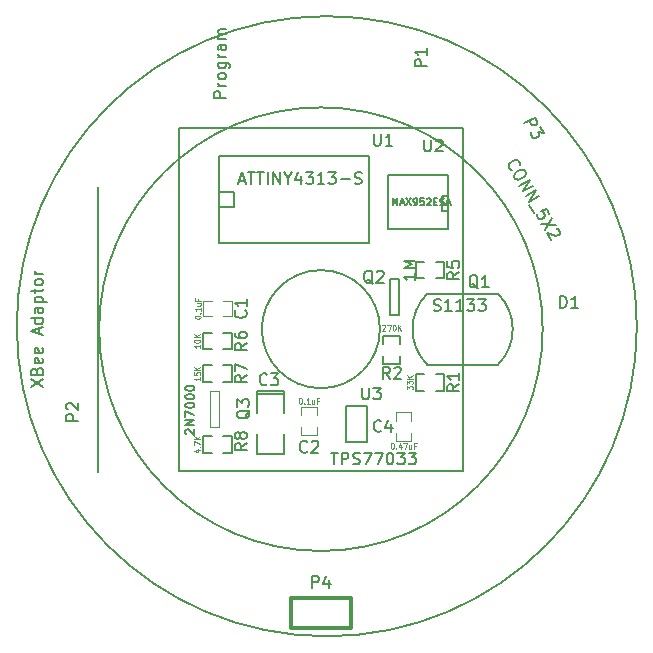
<source format=gbr>
%FSLAX46Y46*%
G04 Gerber Fmt 4.6, Leading zero omitted, Abs format (unit mm)*
G04 Created by KiCad (PCBNEW (2014-jul-16 BZR unknown)-product) date Wed 06 Aug 2014 09:42:30 CST*
%MOMM*%
G01*
G04 APERTURE LIST*
%ADD10C,0.150000*%
%ADD11C,0.200000*%
%ADD12C,0.127000*%
%ADD13C,0.304800*%
%ADD14C,0.119380*%
%ADD15C,0.114300*%
%ADD16C,0.129540*%
G04 APERTURE END LIST*
D10*
D11*
X205000000Y-100000000D02*
G75*
G03X205000000Y-100000000I-5000000J0D01*
G74*
G01*
X218776648Y-100000000D02*
G75*
G03X218776648Y-100000000I-18776648J0D01*
G74*
G01*
X181100000Y-112100000D02*
X181100000Y-88000000D01*
X188000000Y-83000000D02*
X188000000Y-112000000D01*
X212000000Y-83000000D02*
X188000000Y-83000000D01*
X212000000Y-112000000D02*
X212000000Y-83000000D01*
X188000000Y-112000000D02*
X212000000Y-112000000D01*
X226750000Y-99750000D02*
G75*
G03X226750000Y-99750000I-26250000J0D01*
G74*
G01*
D12*
X196893000Y-105460000D02*
X196893000Y-105206000D01*
X196893000Y-105206000D02*
X194607000Y-105206000D01*
X194607000Y-105206000D02*
X194607000Y-105460000D01*
X196893000Y-105460000D02*
X194607000Y-105460000D01*
X194607000Y-105460000D02*
X194607000Y-107111000D01*
X196893000Y-108889000D02*
X196893000Y-110540000D01*
X196893000Y-110540000D02*
X194607000Y-110540000D01*
X194607000Y-110540000D02*
X194607000Y-108889000D01*
X196893000Y-107111000D02*
X196893000Y-105460000D01*
X204100000Y-92683000D02*
X204100000Y-85317000D01*
X191400000Y-85317000D02*
X191400000Y-92683000D01*
X204100000Y-92683000D02*
X191400000Y-92683000D01*
X191400000Y-85317000D02*
X204100000Y-85317000D01*
X191400000Y-88365000D02*
X192670000Y-88365000D01*
X192670000Y-88365000D02*
X192670000Y-89635000D01*
X192670000Y-89635000D02*
X191400000Y-89635000D01*
X210790000Y-91536000D02*
X205710000Y-91536000D01*
X205710000Y-91536000D02*
X205710000Y-86964000D01*
X205710000Y-86964000D02*
X210790000Y-86964000D01*
X210790000Y-86964000D02*
X210790000Y-91536000D01*
X210790000Y-90012000D02*
X210282000Y-90012000D01*
X210282000Y-90012000D02*
X210282000Y-88742000D01*
X210282000Y-88742000D02*
X210790000Y-88742000D01*
X202111000Y-106476000D02*
X203889000Y-106476000D01*
X203889000Y-106476000D02*
X203889000Y-109524000D01*
X203889000Y-109524000D02*
X202111000Y-109524000D01*
X202111000Y-109524000D02*
X202111000Y-106476000D01*
D13*
X197460000Y-125270000D02*
X197460000Y-122730000D01*
X197460000Y-122730000D02*
X202540000Y-122730000D01*
X202540000Y-122730000D02*
X202540000Y-125270000D01*
X202540000Y-125270000D02*
X197460000Y-125270000D01*
D14*
X191750380Y-98900240D02*
X192448880Y-98900240D01*
X190749620Y-98900240D02*
X190051120Y-98900240D01*
X191750380Y-97599760D02*
X192448880Y-97599760D01*
X190051120Y-97599760D02*
X190749620Y-97599760D01*
X192448880Y-97615000D02*
X192448880Y-98885000D01*
X190051120Y-98885000D02*
X190051120Y-97615000D01*
X198349760Y-108250380D02*
X198349760Y-108948880D01*
X198349760Y-107249620D02*
X198349760Y-106551120D01*
X199650240Y-108250380D02*
X199650240Y-108948880D01*
X199650240Y-106551120D02*
X199650240Y-107249620D01*
X199635000Y-108948880D02*
X198365000Y-108948880D01*
X198365000Y-106551120D02*
X199635000Y-106551120D01*
X207650240Y-107749620D02*
X207650240Y-107051120D01*
X207650240Y-108750380D02*
X207650240Y-109448880D01*
X206349760Y-107749620D02*
X206349760Y-107051120D01*
X206349760Y-109448880D02*
X206349760Y-108750380D01*
X206365000Y-107051120D02*
X207635000Y-107051120D01*
X207635000Y-109448880D02*
X206365000Y-109448880D01*
D12*
X208749620Y-103801500D02*
X208043500Y-103801500D01*
X208043500Y-103801500D02*
X208043500Y-105198500D01*
X208043500Y-105198500D02*
X208749620Y-105198500D01*
X210456500Y-103801500D02*
X209750380Y-103801500D01*
X210456500Y-103801500D02*
X210456500Y-105198500D01*
X210456500Y-105198500D02*
X209750380Y-105198500D01*
X205301500Y-102250380D02*
X205301500Y-102956500D01*
X205301500Y-102956500D02*
X206698500Y-102956500D01*
X206698500Y-102956500D02*
X206698500Y-102250380D01*
X205301500Y-100543500D02*
X205301500Y-101249620D01*
X205301500Y-100543500D02*
X206698500Y-100543500D01*
X206698500Y-100543500D02*
X206698500Y-101249620D01*
X208749620Y-94301500D02*
X208043500Y-94301500D01*
X208043500Y-94301500D02*
X208043500Y-95698500D01*
X208043500Y-95698500D02*
X208749620Y-95698500D01*
X210456500Y-94301500D02*
X209750380Y-94301500D01*
X210456500Y-94301500D02*
X210456500Y-95698500D01*
X210456500Y-95698500D02*
X209750380Y-95698500D01*
X190749620Y-103051500D02*
X190043500Y-103051500D01*
X190043500Y-103051500D02*
X190043500Y-104448500D01*
X190043500Y-104448500D02*
X190749620Y-104448500D01*
X192456500Y-103051500D02*
X191750380Y-103051500D01*
X192456500Y-103051500D02*
X192456500Y-104448500D01*
X192456500Y-104448500D02*
X191750380Y-104448500D01*
X190749620Y-109051500D02*
X190043500Y-109051500D01*
X190043500Y-109051500D02*
X190043500Y-110448500D01*
X190043500Y-110448500D02*
X190749620Y-110448500D01*
X192456500Y-109051500D02*
X191750380Y-109051500D01*
X192456500Y-109051500D02*
X192456500Y-110448500D01*
X192456500Y-110448500D02*
X191750380Y-110448500D01*
X190749620Y-100301500D02*
X190043500Y-100301500D01*
X190043500Y-100301500D02*
X190043500Y-101698500D01*
X190043500Y-101698500D02*
X190749620Y-101698500D01*
X192456500Y-100301500D02*
X191750380Y-100301500D01*
X192456500Y-100301500D02*
X192456500Y-101698500D01*
X192456500Y-101698500D02*
X191750380Y-101698500D01*
D10*
X209000000Y-97000000D02*
G75*
G03X209000000Y-103000000I3000000J-3000000D01*
G74*
G01*
X215000000Y-103000000D02*
G75*
G03X215000000Y-97000000I-3000000J3000000D01*
G74*
G01*
X215000000Y-103000000D02*
X209000000Y-103000000D01*
X215000000Y-97000000D02*
X209000000Y-97000000D01*
D12*
X206631000Y-95726000D02*
X206631000Y-98774000D01*
X206631000Y-98774000D02*
X205869000Y-98774000D01*
X205869000Y-98774000D02*
X205869000Y-95726000D01*
X205869000Y-95726000D02*
X206631000Y-95726000D01*
D14*
X190619000Y-108324000D02*
X190619000Y-105276000D01*
X190619000Y-105276000D02*
X191381000Y-105276000D01*
X191381000Y-105276000D02*
X191381000Y-108324000D01*
X191381000Y-108324000D02*
X190619000Y-108324000D01*
D10*
X195433334Y-104657143D02*
X195385715Y-104704762D01*
X195242858Y-104752381D01*
X195147620Y-104752381D01*
X195004762Y-104704762D01*
X194909524Y-104609524D01*
X194861905Y-104514286D01*
X194814286Y-104323810D01*
X194814286Y-104180952D01*
X194861905Y-103990476D01*
X194909524Y-103895238D01*
X195004762Y-103800000D01*
X195147620Y-103752381D01*
X195242858Y-103752381D01*
X195385715Y-103800000D01*
X195433334Y-103847619D01*
X195766667Y-103752381D02*
X196385715Y-103752381D01*
X196052381Y-104133333D01*
X196195239Y-104133333D01*
X196290477Y-104180952D01*
X196338096Y-104228571D01*
X196385715Y-104323810D01*
X196385715Y-104561905D01*
X196338096Y-104657143D01*
X196290477Y-104704762D01*
X196195239Y-104752381D01*
X195909524Y-104752381D01*
X195814286Y-104704762D01*
X195766667Y-104657143D01*
X204488095Y-83452381D02*
X204488095Y-84261905D01*
X204535714Y-84357143D01*
X204583333Y-84404762D01*
X204678571Y-84452381D01*
X204869048Y-84452381D01*
X204964286Y-84404762D01*
X205011905Y-84357143D01*
X205059524Y-84261905D01*
X205059524Y-83452381D01*
X206059524Y-84452381D02*
X205488095Y-84452381D01*
X205773809Y-84452381D02*
X205773809Y-83452381D01*
X205678571Y-83595238D01*
X205583333Y-83690476D01*
X205488095Y-83738095D01*
X193059524Y-87416667D02*
X193535715Y-87416667D01*
X192964286Y-87702381D02*
X193297619Y-86702381D01*
X193630953Y-87702381D01*
X193821429Y-86702381D02*
X194392858Y-86702381D01*
X194107143Y-87702381D02*
X194107143Y-86702381D01*
X194583334Y-86702381D02*
X195154763Y-86702381D01*
X194869048Y-87702381D02*
X194869048Y-86702381D01*
X195488096Y-87702381D02*
X195488096Y-86702381D01*
X195964286Y-87702381D02*
X195964286Y-86702381D01*
X196535715Y-87702381D01*
X196535715Y-86702381D01*
X197202381Y-87226190D02*
X197202381Y-87702381D01*
X196869048Y-86702381D02*
X197202381Y-87226190D01*
X197535715Y-86702381D01*
X198297620Y-87035714D02*
X198297620Y-87702381D01*
X198059524Y-86654762D02*
X197821429Y-87369048D01*
X198440477Y-87369048D01*
X198726191Y-86702381D02*
X199345239Y-86702381D01*
X199011905Y-87083333D01*
X199154763Y-87083333D01*
X199250001Y-87130952D01*
X199297620Y-87178571D01*
X199345239Y-87273810D01*
X199345239Y-87511905D01*
X199297620Y-87607143D01*
X199250001Y-87654762D01*
X199154763Y-87702381D01*
X198869048Y-87702381D01*
X198773810Y-87654762D01*
X198726191Y-87607143D01*
X200297620Y-87702381D02*
X199726191Y-87702381D01*
X200011905Y-87702381D02*
X200011905Y-86702381D01*
X199916667Y-86845238D01*
X199821429Y-86940476D01*
X199726191Y-86988095D01*
X200630953Y-86702381D02*
X201250001Y-86702381D01*
X200916667Y-87083333D01*
X201059525Y-87083333D01*
X201154763Y-87130952D01*
X201202382Y-87178571D01*
X201250001Y-87273810D01*
X201250001Y-87511905D01*
X201202382Y-87607143D01*
X201154763Y-87654762D01*
X201059525Y-87702381D01*
X200773810Y-87702381D01*
X200678572Y-87654762D01*
X200630953Y-87607143D01*
X201678572Y-87321429D02*
X202440477Y-87321429D01*
X202869048Y-87654762D02*
X203011905Y-87702381D01*
X203250001Y-87702381D01*
X203345239Y-87654762D01*
X203392858Y-87607143D01*
X203440477Y-87511905D01*
X203440477Y-87416667D01*
X203392858Y-87321429D01*
X203345239Y-87273810D01*
X203250001Y-87226190D01*
X203059524Y-87178571D01*
X202964286Y-87130952D01*
X202916667Y-87083333D01*
X202869048Y-86988095D01*
X202869048Y-86892857D01*
X202916667Y-86797619D01*
X202964286Y-86750000D01*
X203059524Y-86702381D01*
X203297620Y-86702381D01*
X203440477Y-86750000D01*
X208738095Y-83952381D02*
X208738095Y-84761905D01*
X208785714Y-84857143D01*
X208833333Y-84904762D01*
X208928571Y-84952381D01*
X209119048Y-84952381D01*
X209214286Y-84904762D01*
X209261905Y-84857143D01*
X209309524Y-84761905D01*
X209309524Y-83952381D01*
X209738095Y-84047619D02*
X209785714Y-84000000D01*
X209880952Y-83952381D01*
X210119048Y-83952381D01*
X210214286Y-84000000D01*
X210261905Y-84047619D01*
X210309524Y-84142857D01*
X210309524Y-84238095D01*
X210261905Y-84380952D01*
X209690476Y-84952381D01*
X210309524Y-84952381D01*
X206085713Y-89521429D02*
X206085713Y-88921429D01*
X206285713Y-89350000D01*
X206485713Y-88921429D01*
X206485713Y-89521429D01*
X206742856Y-89350000D02*
X207028570Y-89350000D01*
X206685713Y-89521429D02*
X206885713Y-88921429D01*
X207085713Y-89521429D01*
X207228570Y-88921429D02*
X207628570Y-89521429D01*
X207628570Y-88921429D02*
X207228570Y-89521429D01*
X207885714Y-89521429D02*
X207999999Y-89521429D01*
X208057142Y-89492857D01*
X208085714Y-89464286D01*
X208142856Y-89378571D01*
X208171428Y-89264286D01*
X208171428Y-89035714D01*
X208142856Y-88978571D01*
X208114285Y-88950000D01*
X208057142Y-88921429D01*
X207942856Y-88921429D01*
X207885714Y-88950000D01*
X207857142Y-88978571D01*
X207828571Y-89035714D01*
X207828571Y-89178571D01*
X207857142Y-89235714D01*
X207885714Y-89264286D01*
X207942856Y-89292857D01*
X208057142Y-89292857D01*
X208114285Y-89264286D01*
X208142856Y-89235714D01*
X208171428Y-89178571D01*
X208714285Y-88921429D02*
X208428571Y-88921429D01*
X208400000Y-89207143D01*
X208428571Y-89178571D01*
X208485714Y-89150000D01*
X208628571Y-89150000D01*
X208685714Y-89178571D01*
X208714285Y-89207143D01*
X208742857Y-89264286D01*
X208742857Y-89407143D01*
X208714285Y-89464286D01*
X208685714Y-89492857D01*
X208628571Y-89521429D01*
X208485714Y-89521429D01*
X208428571Y-89492857D01*
X208400000Y-89464286D01*
X208971429Y-88978571D02*
X209000000Y-88950000D01*
X209057143Y-88921429D01*
X209200000Y-88921429D01*
X209257143Y-88950000D01*
X209285714Y-88978571D01*
X209314286Y-89035714D01*
X209314286Y-89092857D01*
X209285714Y-89178571D01*
X208942857Y-89521429D01*
X209314286Y-89521429D01*
X209571429Y-89207143D02*
X209771429Y-89207143D01*
X209857143Y-89521429D02*
X209571429Y-89521429D01*
X209571429Y-88921429D01*
X209857143Y-88921429D01*
X210085715Y-89492857D02*
X210171429Y-89521429D01*
X210314286Y-89521429D01*
X210371429Y-89492857D01*
X210400000Y-89464286D01*
X210428572Y-89407143D01*
X210428572Y-89350000D01*
X210400000Y-89292857D01*
X210371429Y-89264286D01*
X210314286Y-89235714D01*
X210200000Y-89207143D01*
X210142858Y-89178571D01*
X210114286Y-89150000D01*
X210085715Y-89092857D01*
X210085715Y-89035714D01*
X210114286Y-88978571D01*
X210142858Y-88950000D01*
X210200000Y-88921429D01*
X210342858Y-88921429D01*
X210428572Y-88950000D01*
X210657144Y-89350000D02*
X210942858Y-89350000D01*
X210600001Y-89521429D02*
X210800001Y-88921429D01*
X211000001Y-89521429D01*
X203488095Y-104952381D02*
X203488095Y-105761905D01*
X203535714Y-105857143D01*
X203583333Y-105904762D01*
X203678571Y-105952381D01*
X203869048Y-105952381D01*
X203964286Y-105904762D01*
X204011905Y-105857143D01*
X204059524Y-105761905D01*
X204059524Y-104952381D01*
X204440476Y-104952381D02*
X205059524Y-104952381D01*
X204726190Y-105333333D01*
X204869048Y-105333333D01*
X204964286Y-105380952D01*
X205011905Y-105428571D01*
X205059524Y-105523810D01*
X205059524Y-105761905D01*
X205011905Y-105857143D01*
X204964286Y-105904762D01*
X204869048Y-105952381D01*
X204583333Y-105952381D01*
X204488095Y-105904762D01*
X204440476Y-105857143D01*
X200857143Y-110452381D02*
X201428572Y-110452381D01*
X201142857Y-111452381D02*
X201142857Y-110452381D01*
X201761905Y-111452381D02*
X201761905Y-110452381D01*
X202142858Y-110452381D01*
X202238096Y-110500000D01*
X202285715Y-110547619D01*
X202333334Y-110642857D01*
X202333334Y-110785714D01*
X202285715Y-110880952D01*
X202238096Y-110928571D01*
X202142858Y-110976190D01*
X201761905Y-110976190D01*
X202714286Y-111404762D02*
X202857143Y-111452381D01*
X203095239Y-111452381D01*
X203190477Y-111404762D01*
X203238096Y-111357143D01*
X203285715Y-111261905D01*
X203285715Y-111166667D01*
X203238096Y-111071429D01*
X203190477Y-111023810D01*
X203095239Y-110976190D01*
X202904762Y-110928571D01*
X202809524Y-110880952D01*
X202761905Y-110833333D01*
X202714286Y-110738095D01*
X202714286Y-110642857D01*
X202761905Y-110547619D01*
X202809524Y-110500000D01*
X202904762Y-110452381D01*
X203142858Y-110452381D01*
X203285715Y-110500000D01*
X203619048Y-110452381D02*
X204285715Y-110452381D01*
X203857143Y-111452381D01*
X204571429Y-110452381D02*
X205238096Y-110452381D01*
X204809524Y-111452381D01*
X205809524Y-110452381D02*
X205904763Y-110452381D01*
X206000001Y-110500000D01*
X206047620Y-110547619D01*
X206095239Y-110642857D01*
X206142858Y-110833333D01*
X206142858Y-111071429D01*
X206095239Y-111261905D01*
X206047620Y-111357143D01*
X206000001Y-111404762D01*
X205904763Y-111452381D01*
X205809524Y-111452381D01*
X205714286Y-111404762D01*
X205666667Y-111357143D01*
X205619048Y-111261905D01*
X205571429Y-111071429D01*
X205571429Y-110833333D01*
X205619048Y-110642857D01*
X205666667Y-110547619D01*
X205714286Y-110500000D01*
X205809524Y-110452381D01*
X206476191Y-110452381D02*
X207095239Y-110452381D01*
X206761905Y-110833333D01*
X206904763Y-110833333D01*
X207000001Y-110880952D01*
X207047620Y-110928571D01*
X207095239Y-111023810D01*
X207095239Y-111261905D01*
X207047620Y-111357143D01*
X207000001Y-111404762D01*
X206904763Y-111452381D01*
X206619048Y-111452381D01*
X206523810Y-111404762D01*
X206476191Y-111357143D01*
X207428572Y-110452381D02*
X208047620Y-110452381D01*
X207714286Y-110833333D01*
X207857144Y-110833333D01*
X207952382Y-110880952D01*
X208000001Y-110928571D01*
X208047620Y-111023810D01*
X208047620Y-111261905D01*
X208000001Y-111357143D01*
X207952382Y-111404762D01*
X207857144Y-111452381D01*
X207571429Y-111452381D01*
X207476191Y-111404762D01*
X207428572Y-111357143D01*
X199261905Y-121912381D02*
X199261905Y-120912381D01*
X199642858Y-120912381D01*
X199738096Y-120960000D01*
X199785715Y-121007619D01*
X199833334Y-121102857D01*
X199833334Y-121245714D01*
X199785715Y-121340952D01*
X199738096Y-121388571D01*
X199642858Y-121436190D01*
X199261905Y-121436190D01*
X200690477Y-121245714D02*
X200690477Y-121912381D01*
X200452381Y-120864762D02*
X200214286Y-121579048D01*
X200833334Y-121579048D01*
X220261905Y-98202381D02*
X220261905Y-97202381D01*
X220500000Y-97202381D01*
X220642858Y-97250000D01*
X220738096Y-97345238D01*
X220785715Y-97440476D01*
X220833334Y-97630952D01*
X220833334Y-97773810D01*
X220785715Y-97964286D01*
X220738096Y-98059524D01*
X220642858Y-98154762D01*
X220500000Y-98202381D01*
X220261905Y-98202381D01*
X221785715Y-98202381D02*
X221214286Y-98202381D01*
X221500000Y-98202381D02*
X221500000Y-97202381D01*
X221404762Y-97345238D01*
X221309524Y-97440476D01*
X221214286Y-97488095D01*
X193607143Y-98416666D02*
X193654762Y-98464285D01*
X193702381Y-98607142D01*
X193702381Y-98702380D01*
X193654762Y-98845238D01*
X193559524Y-98940476D01*
X193464286Y-98988095D01*
X193273810Y-99035714D01*
X193130952Y-99035714D01*
X192940476Y-98988095D01*
X192845238Y-98940476D01*
X192750000Y-98845238D01*
X192702381Y-98702380D01*
X192702381Y-98607142D01*
X192750000Y-98464285D01*
X192797619Y-98416666D01*
X193702381Y-97464285D02*
X193702381Y-98035714D01*
X193702381Y-97750000D02*
X192702381Y-97750000D01*
X192845238Y-97845238D01*
X192940476Y-97940476D01*
X192988095Y-98035714D01*
D15*
X189320810Y-99001114D02*
X189320810Y-98957571D01*
X189345000Y-98914028D01*
X189369190Y-98892257D01*
X189417571Y-98870486D01*
X189514333Y-98848714D01*
X189635286Y-98848714D01*
X189732048Y-98870486D01*
X189780429Y-98892257D01*
X189804619Y-98914028D01*
X189828810Y-98957571D01*
X189828810Y-99001114D01*
X189804619Y-99044657D01*
X189780429Y-99066428D01*
X189732048Y-99088200D01*
X189635286Y-99109971D01*
X189514333Y-99109971D01*
X189417571Y-99088200D01*
X189369190Y-99066428D01*
X189345000Y-99044657D01*
X189320810Y-99001114D01*
X189780429Y-98652771D02*
X189804619Y-98630999D01*
X189828810Y-98652771D01*
X189804619Y-98674542D01*
X189780429Y-98652771D01*
X189828810Y-98652771D01*
X189828810Y-98195571D02*
X189828810Y-98456828D01*
X189828810Y-98326200D02*
X189320810Y-98326200D01*
X189393381Y-98369743D01*
X189441762Y-98413285D01*
X189465952Y-98456828D01*
X189490143Y-97803685D02*
X189828810Y-97803685D01*
X189490143Y-97999628D02*
X189756238Y-97999628D01*
X189804619Y-97977856D01*
X189828810Y-97934314D01*
X189828810Y-97868999D01*
X189804619Y-97825456D01*
X189780429Y-97803685D01*
X189562714Y-97433571D02*
X189562714Y-97585971D01*
X189828810Y-97585971D02*
X189320810Y-97585971D01*
X189320810Y-97368257D01*
D10*
X198833334Y-110357143D02*
X198785715Y-110404762D01*
X198642858Y-110452381D01*
X198547620Y-110452381D01*
X198404762Y-110404762D01*
X198309524Y-110309524D01*
X198261905Y-110214286D01*
X198214286Y-110023810D01*
X198214286Y-109880952D01*
X198261905Y-109690476D01*
X198309524Y-109595238D01*
X198404762Y-109500000D01*
X198547620Y-109452381D01*
X198642858Y-109452381D01*
X198785715Y-109500000D01*
X198833334Y-109547619D01*
X199214286Y-109547619D02*
X199261905Y-109500000D01*
X199357143Y-109452381D01*
X199595239Y-109452381D01*
X199690477Y-109500000D01*
X199738096Y-109547619D01*
X199785715Y-109642857D01*
X199785715Y-109738095D01*
X199738096Y-109880952D01*
X199166667Y-110452381D01*
X199785715Y-110452381D01*
D15*
X198248886Y-105820810D02*
X198292429Y-105820810D01*
X198335972Y-105845000D01*
X198357743Y-105869190D01*
X198379514Y-105917571D01*
X198401286Y-106014333D01*
X198401286Y-106135286D01*
X198379514Y-106232048D01*
X198357743Y-106280429D01*
X198335972Y-106304619D01*
X198292429Y-106328810D01*
X198248886Y-106328810D01*
X198205343Y-106304619D01*
X198183572Y-106280429D01*
X198161800Y-106232048D01*
X198140029Y-106135286D01*
X198140029Y-106014333D01*
X198161800Y-105917571D01*
X198183572Y-105869190D01*
X198205343Y-105845000D01*
X198248886Y-105820810D01*
X198597229Y-106280429D02*
X198619001Y-106304619D01*
X198597229Y-106328810D01*
X198575458Y-106304619D01*
X198597229Y-106280429D01*
X198597229Y-106328810D01*
X199054429Y-106328810D02*
X198793172Y-106328810D01*
X198923800Y-106328810D02*
X198923800Y-105820810D01*
X198880257Y-105893381D01*
X198836715Y-105941762D01*
X198793172Y-105965952D01*
X199446315Y-105990143D02*
X199446315Y-106328810D01*
X199250372Y-105990143D02*
X199250372Y-106256238D01*
X199272144Y-106304619D01*
X199315686Y-106328810D01*
X199381001Y-106328810D01*
X199424544Y-106304619D01*
X199446315Y-106280429D01*
X199816429Y-106062714D02*
X199664029Y-106062714D01*
X199664029Y-106328810D02*
X199664029Y-105820810D01*
X199881743Y-105820810D01*
D10*
X205083334Y-108607143D02*
X205035715Y-108654762D01*
X204892858Y-108702381D01*
X204797620Y-108702381D01*
X204654762Y-108654762D01*
X204559524Y-108559524D01*
X204511905Y-108464286D01*
X204464286Y-108273810D01*
X204464286Y-108130952D01*
X204511905Y-107940476D01*
X204559524Y-107845238D01*
X204654762Y-107750000D01*
X204797620Y-107702381D01*
X204892858Y-107702381D01*
X205035715Y-107750000D01*
X205083334Y-107797619D01*
X205940477Y-108035714D02*
X205940477Y-108702381D01*
X205702381Y-107654762D02*
X205464286Y-108369048D01*
X206083334Y-108369048D01*
D15*
X206031171Y-109622810D02*
X206074714Y-109622810D01*
X206118257Y-109647000D01*
X206140028Y-109671190D01*
X206161799Y-109719571D01*
X206183571Y-109816333D01*
X206183571Y-109937286D01*
X206161799Y-110034048D01*
X206140028Y-110082429D01*
X206118257Y-110106619D01*
X206074714Y-110130810D01*
X206031171Y-110130810D01*
X205987628Y-110106619D01*
X205965857Y-110082429D01*
X205944085Y-110034048D01*
X205922314Y-109937286D01*
X205922314Y-109816333D01*
X205944085Y-109719571D01*
X205965857Y-109671190D01*
X205987628Y-109647000D01*
X206031171Y-109622810D01*
X206379514Y-110082429D02*
X206401286Y-110106619D01*
X206379514Y-110130810D01*
X206357743Y-110106619D01*
X206379514Y-110082429D01*
X206379514Y-110130810D01*
X206793171Y-109792143D02*
X206793171Y-110130810D01*
X206684314Y-109598619D02*
X206575457Y-109961476D01*
X206858485Y-109961476D01*
X206989114Y-109622810D02*
X207293914Y-109622810D01*
X207097971Y-110130810D01*
X207664029Y-109792143D02*
X207664029Y-110130810D01*
X207468086Y-109792143D02*
X207468086Y-110058238D01*
X207489858Y-110106619D01*
X207533400Y-110130810D01*
X207598715Y-110130810D01*
X207642258Y-110106619D01*
X207664029Y-110082429D01*
X208034143Y-109864714D02*
X207881743Y-109864714D01*
X207881743Y-110130810D02*
X207881743Y-109622810D01*
X208099457Y-109622810D01*
D10*
X211702381Y-104666666D02*
X211226190Y-105000000D01*
X211702381Y-105238095D02*
X210702381Y-105238095D01*
X210702381Y-104857142D01*
X210750000Y-104761904D01*
X210797619Y-104714285D01*
X210892857Y-104666666D01*
X211035714Y-104666666D01*
X211130952Y-104714285D01*
X211178571Y-104761904D01*
X211226190Y-104857142D01*
X211226190Y-105238095D01*
X211702381Y-103714285D02*
X211702381Y-104285714D01*
X211702381Y-104000000D02*
X210702381Y-104000000D01*
X210845238Y-104095238D01*
X210940476Y-104190476D01*
X210988095Y-104285714D01*
D15*
X207272550Y-105098715D02*
X207272550Y-104815686D01*
X207466073Y-104968086D01*
X207466073Y-104902772D01*
X207490264Y-104859229D01*
X207514454Y-104837458D01*
X207562835Y-104815686D01*
X207683788Y-104815686D01*
X207732169Y-104837458D01*
X207756359Y-104859229D01*
X207780550Y-104902772D01*
X207780550Y-105033400D01*
X207756359Y-105076943D01*
X207732169Y-105098715D01*
X207272550Y-104663286D02*
X207272550Y-104380257D01*
X207466073Y-104532657D01*
X207466073Y-104467343D01*
X207490264Y-104423800D01*
X207514454Y-104402029D01*
X207562835Y-104380257D01*
X207683788Y-104380257D01*
X207732169Y-104402029D01*
X207756359Y-104423800D01*
X207780550Y-104467343D01*
X207780550Y-104597971D01*
X207756359Y-104641514D01*
X207732169Y-104663286D01*
X207780550Y-104184314D02*
X207272550Y-104184314D01*
X207780550Y-103923057D02*
X207490264Y-104119000D01*
X207272550Y-103923057D02*
X207562835Y-104184314D01*
D10*
X205833334Y-104202381D02*
X205500000Y-103726190D01*
X205261905Y-104202381D02*
X205261905Y-103202381D01*
X205642858Y-103202381D01*
X205738096Y-103250000D01*
X205785715Y-103297619D01*
X205833334Y-103392857D01*
X205833334Y-103535714D01*
X205785715Y-103630952D01*
X205738096Y-103678571D01*
X205642858Y-103726190D01*
X205261905Y-103726190D01*
X206214286Y-103297619D02*
X206261905Y-103250000D01*
X206357143Y-103202381D01*
X206595239Y-103202381D01*
X206690477Y-103250000D01*
X206738096Y-103297619D01*
X206785715Y-103392857D01*
X206785715Y-103488095D01*
X206738096Y-103630952D01*
X206166667Y-104202381D01*
X206785715Y-104202381D01*
D15*
X205205343Y-99670190D02*
X205227114Y-99646000D01*
X205270657Y-99621810D01*
X205379514Y-99621810D01*
X205423057Y-99646000D01*
X205444828Y-99670190D01*
X205466600Y-99718571D01*
X205466600Y-99766952D01*
X205444828Y-99839524D01*
X205183571Y-100129810D01*
X205466600Y-100129810D01*
X205619000Y-99621810D02*
X205923800Y-99621810D01*
X205727857Y-100129810D01*
X206185058Y-99621810D02*
X206228601Y-99621810D01*
X206272144Y-99646000D01*
X206293915Y-99670190D01*
X206315686Y-99718571D01*
X206337458Y-99815333D01*
X206337458Y-99936286D01*
X206315686Y-100033048D01*
X206293915Y-100081429D01*
X206272144Y-100105619D01*
X206228601Y-100129810D01*
X206185058Y-100129810D01*
X206141515Y-100105619D01*
X206119744Y-100081429D01*
X206097972Y-100033048D01*
X206076201Y-99936286D01*
X206076201Y-99815333D01*
X206097972Y-99718571D01*
X206119744Y-99670190D01*
X206141515Y-99646000D01*
X206185058Y-99621810D01*
X206533401Y-100129810D02*
X206533401Y-99621810D01*
X206794658Y-100129810D02*
X206598715Y-99839524D01*
X206794658Y-99621810D02*
X206533401Y-99912095D01*
D10*
X211702381Y-95166666D02*
X211226190Y-95500000D01*
X211702381Y-95738095D02*
X210702381Y-95738095D01*
X210702381Y-95357142D01*
X210750000Y-95261904D01*
X210797619Y-95214285D01*
X210892857Y-95166666D01*
X211035714Y-95166666D01*
X211130952Y-95214285D01*
X211178571Y-95261904D01*
X211226190Y-95357142D01*
X211226190Y-95738095D01*
X210702381Y-94261904D02*
X210702381Y-94738095D01*
X211178571Y-94785714D01*
X211130952Y-94738095D01*
X211083333Y-94642857D01*
X211083333Y-94404761D01*
X211130952Y-94309523D01*
X211178571Y-94261904D01*
X211273810Y-94214285D01*
X211511905Y-94214285D01*
X211607143Y-94261904D01*
X211654762Y-94309523D01*
X211702381Y-94404761D01*
X211702381Y-94642857D01*
X211654762Y-94738095D01*
X211607143Y-94785714D01*
X208003121Y-95285714D02*
X208003121Y-95857143D01*
X208003121Y-95571429D02*
X207003121Y-95571429D01*
X207145978Y-95666667D01*
X207241216Y-95761905D01*
X207288835Y-95857143D01*
X208003121Y-94857143D02*
X207003121Y-94857143D01*
X207717407Y-94523809D01*
X207003121Y-94190476D01*
X208003121Y-94190476D01*
X193702381Y-103916666D02*
X193226190Y-104250000D01*
X193702381Y-104488095D02*
X192702381Y-104488095D01*
X192702381Y-104107142D01*
X192750000Y-104011904D01*
X192797619Y-103964285D01*
X192892857Y-103916666D01*
X193035714Y-103916666D01*
X193130952Y-103964285D01*
X193178571Y-104011904D01*
X193226190Y-104107142D01*
X193226190Y-104488095D01*
X192702381Y-103583333D02*
X192702381Y-102916666D01*
X193702381Y-103345238D01*
D15*
X189780550Y-104065686D02*
X189780550Y-104326943D01*
X189780550Y-104196315D02*
X189272550Y-104196315D01*
X189345121Y-104239858D01*
X189393502Y-104283400D01*
X189417692Y-104326943D01*
X189272550Y-103652029D02*
X189272550Y-103869743D01*
X189514454Y-103891514D01*
X189490264Y-103869743D01*
X189466073Y-103826200D01*
X189466073Y-103717343D01*
X189490264Y-103673800D01*
X189514454Y-103652029D01*
X189562835Y-103630257D01*
X189683788Y-103630257D01*
X189732169Y-103652029D01*
X189756359Y-103673800D01*
X189780550Y-103717343D01*
X189780550Y-103826200D01*
X189756359Y-103869743D01*
X189732169Y-103891514D01*
X189780550Y-103434314D02*
X189272550Y-103434314D01*
X189780550Y-103173057D02*
X189490264Y-103369000D01*
X189272550Y-103173057D02*
X189562835Y-103434314D01*
D10*
X193702381Y-109666666D02*
X193226190Y-110000000D01*
X193702381Y-110238095D02*
X192702381Y-110238095D01*
X192702381Y-109857142D01*
X192750000Y-109761904D01*
X192797619Y-109714285D01*
X192892857Y-109666666D01*
X193035714Y-109666666D01*
X193130952Y-109714285D01*
X193178571Y-109761904D01*
X193226190Y-109857142D01*
X193226190Y-110238095D01*
X193130952Y-109095238D02*
X193083333Y-109190476D01*
X193035714Y-109238095D01*
X192940476Y-109285714D01*
X192892857Y-109285714D01*
X192797619Y-109238095D01*
X192750000Y-109190476D01*
X192702381Y-109095238D01*
X192702381Y-108904761D01*
X192750000Y-108809523D01*
X192797619Y-108761904D01*
X192892857Y-108714285D01*
X192940476Y-108714285D01*
X193035714Y-108761904D01*
X193083333Y-108809523D01*
X193130952Y-108904761D01*
X193130952Y-109095238D01*
X193178571Y-109190476D01*
X193226190Y-109238095D01*
X193321429Y-109285714D01*
X193511905Y-109285714D01*
X193607143Y-109238095D01*
X193654762Y-109190476D01*
X193702381Y-109095238D01*
X193702381Y-108904761D01*
X193654762Y-108809523D01*
X193607143Y-108761904D01*
X193511905Y-108714285D01*
X193321429Y-108714285D01*
X193226190Y-108761904D01*
X193178571Y-108809523D01*
X193130952Y-108904761D01*
D15*
X189441883Y-110218086D02*
X189780550Y-110218086D01*
X189248359Y-110326943D02*
X189611216Y-110435800D01*
X189611216Y-110152772D01*
X189732169Y-109978600D02*
X189756359Y-109956828D01*
X189780550Y-109978600D01*
X189756359Y-110000371D01*
X189732169Y-109978600D01*
X189780550Y-109978600D01*
X189272550Y-109804429D02*
X189272550Y-109499629D01*
X189780550Y-109695572D01*
X189780550Y-109325457D02*
X189272550Y-109325457D01*
X189780550Y-109064200D02*
X189490264Y-109260143D01*
X189272550Y-109064200D02*
X189562835Y-109325457D01*
D10*
X193702381Y-101166666D02*
X193226190Y-101500000D01*
X193702381Y-101738095D02*
X192702381Y-101738095D01*
X192702381Y-101357142D01*
X192750000Y-101261904D01*
X192797619Y-101214285D01*
X192892857Y-101166666D01*
X193035714Y-101166666D01*
X193130952Y-101214285D01*
X193178571Y-101261904D01*
X193226190Y-101357142D01*
X193226190Y-101738095D01*
X192702381Y-100309523D02*
X192702381Y-100500000D01*
X192750000Y-100595238D01*
X192797619Y-100642857D01*
X192940476Y-100738095D01*
X193130952Y-100785714D01*
X193511905Y-100785714D01*
X193607143Y-100738095D01*
X193654762Y-100690476D01*
X193702381Y-100595238D01*
X193702381Y-100404761D01*
X193654762Y-100309523D01*
X193607143Y-100261904D01*
X193511905Y-100214285D01*
X193273810Y-100214285D01*
X193178571Y-100261904D01*
X193130952Y-100309523D01*
X193083333Y-100404761D01*
X193083333Y-100595238D01*
X193130952Y-100690476D01*
X193178571Y-100738095D01*
X193273810Y-100785714D01*
D15*
X189780550Y-101315686D02*
X189780550Y-101576943D01*
X189780550Y-101446315D02*
X189272550Y-101446315D01*
X189345121Y-101489858D01*
X189393502Y-101533400D01*
X189417692Y-101576943D01*
X189272550Y-101032657D02*
X189272550Y-100989114D01*
X189296740Y-100945571D01*
X189320930Y-100923800D01*
X189369311Y-100902029D01*
X189466073Y-100880257D01*
X189587026Y-100880257D01*
X189683788Y-100902029D01*
X189732169Y-100923800D01*
X189756359Y-100945571D01*
X189780550Y-100989114D01*
X189780550Y-101032657D01*
X189756359Y-101076200D01*
X189732169Y-101097971D01*
X189683788Y-101119743D01*
X189587026Y-101141514D01*
X189466073Y-101141514D01*
X189369311Y-101119743D01*
X189320930Y-101097971D01*
X189296740Y-101076200D01*
X189272550Y-101032657D01*
X189780550Y-100684314D02*
X189272550Y-100684314D01*
X189780550Y-100423057D02*
X189490264Y-100619000D01*
X189272550Y-100423057D02*
X189562835Y-100684314D01*
D10*
X213304762Y-96547619D02*
X213209524Y-96500000D01*
X213114286Y-96404762D01*
X212971429Y-96261905D01*
X212876190Y-96214286D01*
X212780952Y-96214286D01*
X212828571Y-96452381D02*
X212733333Y-96404762D01*
X212638095Y-96309524D01*
X212590476Y-96119048D01*
X212590476Y-95785714D01*
X212638095Y-95595238D01*
X212733333Y-95500000D01*
X212828571Y-95452381D01*
X213019048Y-95452381D01*
X213114286Y-95500000D01*
X213209524Y-95595238D01*
X213257143Y-95785714D01*
X213257143Y-96119048D01*
X213209524Y-96309524D01*
X213114286Y-96404762D01*
X213019048Y-96452381D01*
X212828571Y-96452381D01*
X214209524Y-96452381D02*
X213638095Y-96452381D01*
X213923809Y-96452381D02*
X213923809Y-95452381D01*
X213828571Y-95595238D01*
X213733333Y-95690476D01*
X213638095Y-95738095D01*
X209559524Y-98404762D02*
X209702381Y-98452381D01*
X209940477Y-98452381D01*
X210035715Y-98404762D01*
X210083334Y-98357143D01*
X210130953Y-98261905D01*
X210130953Y-98166667D01*
X210083334Y-98071429D01*
X210035715Y-98023810D01*
X209940477Y-97976190D01*
X209750000Y-97928571D01*
X209654762Y-97880952D01*
X209607143Y-97833333D01*
X209559524Y-97738095D01*
X209559524Y-97642857D01*
X209607143Y-97547619D01*
X209654762Y-97500000D01*
X209750000Y-97452381D01*
X209988096Y-97452381D01*
X210130953Y-97500000D01*
X211083334Y-98452381D02*
X210511905Y-98452381D01*
X210797619Y-98452381D02*
X210797619Y-97452381D01*
X210702381Y-97595238D01*
X210607143Y-97690476D01*
X210511905Y-97738095D01*
X212035715Y-98452381D02*
X211464286Y-98452381D01*
X211750000Y-98452381D02*
X211750000Y-97452381D01*
X211654762Y-97595238D01*
X211559524Y-97690476D01*
X211464286Y-97738095D01*
X212369048Y-97452381D02*
X212988096Y-97452381D01*
X212654762Y-97833333D01*
X212797620Y-97833333D01*
X212892858Y-97880952D01*
X212940477Y-97928571D01*
X212988096Y-98023810D01*
X212988096Y-98261905D01*
X212940477Y-98357143D01*
X212892858Y-98404762D01*
X212797620Y-98452381D01*
X212511905Y-98452381D01*
X212416667Y-98404762D01*
X212369048Y-98357143D01*
X213321429Y-97452381D02*
X213940477Y-97452381D01*
X213607143Y-97833333D01*
X213750001Y-97833333D01*
X213845239Y-97880952D01*
X213892858Y-97928571D01*
X213940477Y-98023810D01*
X213940477Y-98261905D01*
X213892858Y-98357143D01*
X213845239Y-98404762D01*
X213750001Y-98452381D01*
X213464286Y-98452381D01*
X213369048Y-98404762D01*
X213321429Y-98357143D01*
X179452381Y-107738095D02*
X178452381Y-107738095D01*
X178452381Y-107357142D01*
X178500000Y-107261904D01*
X178547619Y-107214285D01*
X178642857Y-107166666D01*
X178785714Y-107166666D01*
X178880952Y-107214285D01*
X178928571Y-107261904D01*
X178976190Y-107357142D01*
X178976190Y-107738095D01*
X178547619Y-106785714D02*
X178500000Y-106738095D01*
X178452381Y-106642857D01*
X178452381Y-106404761D01*
X178500000Y-106309523D01*
X178547619Y-106261904D01*
X178642857Y-106214285D01*
X178738095Y-106214285D01*
X178880952Y-106261904D01*
X179452381Y-106833333D01*
X179452381Y-106214285D01*
X175452381Y-104904763D02*
X176452381Y-104238096D01*
X175452381Y-104238096D02*
X176452381Y-104904763D01*
X175928571Y-103523810D02*
X175976190Y-103380953D01*
X176023810Y-103333334D01*
X176119048Y-103285715D01*
X176261905Y-103285715D01*
X176357143Y-103333334D01*
X176404762Y-103380953D01*
X176452381Y-103476191D01*
X176452381Y-103857144D01*
X175452381Y-103857144D01*
X175452381Y-103523810D01*
X175500000Y-103428572D01*
X175547619Y-103380953D01*
X175642857Y-103333334D01*
X175738095Y-103333334D01*
X175833333Y-103380953D01*
X175880952Y-103428572D01*
X175928571Y-103523810D01*
X175928571Y-103857144D01*
X176404762Y-102476191D02*
X176452381Y-102571429D01*
X176452381Y-102761906D01*
X176404762Y-102857144D01*
X176309524Y-102904763D01*
X175928571Y-102904763D01*
X175833333Y-102857144D01*
X175785714Y-102761906D01*
X175785714Y-102571429D01*
X175833333Y-102476191D01*
X175928571Y-102428572D01*
X176023810Y-102428572D01*
X176119048Y-102904763D01*
X176404762Y-101619048D02*
X176452381Y-101714286D01*
X176452381Y-101904763D01*
X176404762Y-102000001D01*
X176309524Y-102047620D01*
X175928571Y-102047620D01*
X175833333Y-102000001D01*
X175785714Y-101904763D01*
X175785714Y-101714286D01*
X175833333Y-101619048D01*
X175928571Y-101571429D01*
X176023810Y-101571429D01*
X176119048Y-102047620D01*
X176166667Y-100428572D02*
X176166667Y-99952381D01*
X176452381Y-100523810D02*
X175452381Y-100190477D01*
X176452381Y-99857143D01*
X176452381Y-99095238D02*
X175452381Y-99095238D01*
X176404762Y-99095238D02*
X176452381Y-99190476D01*
X176452381Y-99380953D01*
X176404762Y-99476191D01*
X176357143Y-99523810D01*
X176261905Y-99571429D01*
X175976190Y-99571429D01*
X175880952Y-99523810D01*
X175833333Y-99476191D01*
X175785714Y-99380953D01*
X175785714Y-99190476D01*
X175833333Y-99095238D01*
X176452381Y-98190476D02*
X175928571Y-98190476D01*
X175833333Y-98238095D01*
X175785714Y-98333333D01*
X175785714Y-98523810D01*
X175833333Y-98619048D01*
X176404762Y-98190476D02*
X176452381Y-98285714D01*
X176452381Y-98523810D01*
X176404762Y-98619048D01*
X176309524Y-98666667D01*
X176214286Y-98666667D01*
X176119048Y-98619048D01*
X176071429Y-98523810D01*
X176071429Y-98285714D01*
X176023810Y-98190476D01*
X175785714Y-97714286D02*
X176785714Y-97714286D01*
X175833333Y-97714286D02*
X175785714Y-97619048D01*
X175785714Y-97428571D01*
X175833333Y-97333333D01*
X175880952Y-97285714D01*
X175976190Y-97238095D01*
X176261905Y-97238095D01*
X176357143Y-97285714D01*
X176404762Y-97333333D01*
X176452381Y-97428571D01*
X176452381Y-97619048D01*
X176404762Y-97714286D01*
X175785714Y-96952381D02*
X175785714Y-96571429D01*
X175452381Y-96809524D02*
X176309524Y-96809524D01*
X176404762Y-96761905D01*
X176452381Y-96666667D01*
X176452381Y-96571429D01*
X176452381Y-96095238D02*
X176404762Y-96190476D01*
X176357143Y-96238095D01*
X176261905Y-96285714D01*
X175976190Y-96285714D01*
X175880952Y-96238095D01*
X175833333Y-96190476D01*
X175785714Y-96095238D01*
X175785714Y-95952380D01*
X175833333Y-95857142D01*
X175880952Y-95809523D01*
X175976190Y-95761904D01*
X176261905Y-95761904D01*
X176357143Y-95809523D01*
X176404762Y-95857142D01*
X176452381Y-95952380D01*
X176452381Y-96095238D01*
X176452381Y-95333333D02*
X175785714Y-95333333D01*
X175976190Y-95333333D02*
X175880952Y-95285714D01*
X175833333Y-95238095D01*
X175785714Y-95142857D01*
X175785714Y-95047618D01*
X217239179Y-82586981D02*
X218105204Y-82086981D01*
X218295681Y-82416896D01*
X218302061Y-82523184D01*
X218284631Y-82588233D01*
X218225962Y-82677092D01*
X218102244Y-82748520D01*
X217995956Y-82754900D01*
X217930907Y-82737470D01*
X217842049Y-82678801D01*
X217651573Y-82348886D01*
X218557585Y-82870528D02*
X218867109Y-83406640D01*
X218370528Y-83308440D01*
X218441957Y-83432159D01*
X218448337Y-83538447D01*
X218430907Y-83603495D01*
X218372237Y-83692354D01*
X218166041Y-83811402D01*
X218059753Y-83817781D01*
X217994704Y-83800352D01*
X217905846Y-83741683D01*
X217762989Y-83494246D01*
X217756609Y-83387958D01*
X217774039Y-83322909D01*
X216154991Y-86518637D02*
X216089942Y-86501207D01*
X215977275Y-86401299D01*
X215929656Y-86318820D01*
X215899466Y-86171292D01*
X215934325Y-86041195D01*
X215992994Y-85952336D01*
X216134142Y-85815859D01*
X216257861Y-85744430D01*
X216446627Y-85690431D01*
X216552915Y-85684052D01*
X216683013Y-85718911D01*
X216795681Y-85818820D01*
X216843300Y-85901299D01*
X216873489Y-86048826D01*
X216856059Y-86113875D01*
X217248061Y-86602366D02*
X217343300Y-86767324D01*
X217349680Y-86873612D01*
X217314820Y-87003710D01*
X217173673Y-87140187D01*
X216884997Y-87306854D01*
X216696230Y-87360853D01*
X216566133Y-87325993D01*
X216477275Y-87267324D01*
X216382036Y-87102366D01*
X216375656Y-86996078D01*
X216410516Y-86865981D01*
X216551663Y-86729503D01*
X216840339Y-86562836D01*
X217029106Y-86508838D01*
X217159203Y-86543697D01*
X217248061Y-86602366D01*
X216810608Y-87844674D02*
X217676633Y-87344674D01*
X217096322Y-88339546D01*
X217962347Y-87839546D01*
X217334417Y-88751939D02*
X218200442Y-88251939D01*
X217620132Y-89246811D01*
X218486157Y-88746811D01*
X217656701Y-89500626D02*
X218037653Y-90160455D01*
X219343300Y-90231426D02*
X219105204Y-89819032D01*
X218669002Y-90015888D01*
X218734051Y-90033318D01*
X218822909Y-90091987D01*
X218941957Y-90298184D01*
X218948337Y-90404472D01*
X218930907Y-90469521D01*
X218872237Y-90558380D01*
X218666041Y-90677427D01*
X218559753Y-90683807D01*
X218494704Y-90666377D01*
X218405846Y-90607708D01*
X218286798Y-90401511D01*
X218280418Y-90295223D01*
X218297848Y-90230174D01*
X219533776Y-90561340D02*
X219001084Y-91638690D01*
X219867109Y-91138690D02*
X218667751Y-91061340D01*
X219951297Y-91474984D02*
X220016346Y-91492414D01*
X220105204Y-91551083D01*
X220224252Y-91757280D01*
X220230632Y-91863568D01*
X220213202Y-91928617D01*
X220154533Y-92017475D01*
X220072055Y-92065094D01*
X219924528Y-92095284D01*
X219143941Y-91886126D01*
X219453465Y-92422237D01*
X208952381Y-77738095D02*
X207952381Y-77738095D01*
X207952381Y-77357142D01*
X208000000Y-77261904D01*
X208047619Y-77214285D01*
X208142857Y-77166666D01*
X208285714Y-77166666D01*
X208380952Y-77214285D01*
X208428571Y-77261904D01*
X208476190Y-77357142D01*
X208476190Y-77738095D01*
X208952381Y-76214285D02*
X208952381Y-76785714D01*
X208952381Y-76500000D02*
X207952381Y-76500000D01*
X208095238Y-76595238D01*
X208190476Y-76690476D01*
X208238095Y-76785714D01*
X191952381Y-80404762D02*
X190952381Y-80404762D01*
X190952381Y-80023809D01*
X191000000Y-79928571D01*
X191047619Y-79880952D01*
X191142857Y-79833333D01*
X191285714Y-79833333D01*
X191380952Y-79880952D01*
X191428571Y-79928571D01*
X191476190Y-80023809D01*
X191476190Y-80404762D01*
X191952381Y-79404762D02*
X191285714Y-79404762D01*
X191476190Y-79404762D02*
X191380952Y-79357143D01*
X191333333Y-79309524D01*
X191285714Y-79214286D01*
X191285714Y-79119047D01*
X191952381Y-78642857D02*
X191904762Y-78738095D01*
X191857143Y-78785714D01*
X191761905Y-78833333D01*
X191476190Y-78833333D01*
X191380952Y-78785714D01*
X191333333Y-78738095D01*
X191285714Y-78642857D01*
X191285714Y-78499999D01*
X191333333Y-78404761D01*
X191380952Y-78357142D01*
X191476190Y-78309523D01*
X191761905Y-78309523D01*
X191857143Y-78357142D01*
X191904762Y-78404761D01*
X191952381Y-78499999D01*
X191952381Y-78642857D01*
X191285714Y-77452380D02*
X192095238Y-77452380D01*
X192190476Y-77499999D01*
X192238095Y-77547618D01*
X192285714Y-77642857D01*
X192285714Y-77785714D01*
X192238095Y-77880952D01*
X191904762Y-77452380D02*
X191952381Y-77547618D01*
X191952381Y-77738095D01*
X191904762Y-77833333D01*
X191857143Y-77880952D01*
X191761905Y-77928571D01*
X191476190Y-77928571D01*
X191380952Y-77880952D01*
X191333333Y-77833333D01*
X191285714Y-77738095D01*
X191285714Y-77547618D01*
X191333333Y-77452380D01*
X191952381Y-76976190D02*
X191285714Y-76976190D01*
X191476190Y-76976190D02*
X191380952Y-76928571D01*
X191333333Y-76880952D01*
X191285714Y-76785714D01*
X191285714Y-76690475D01*
X191952381Y-75928570D02*
X191428571Y-75928570D01*
X191333333Y-75976189D01*
X191285714Y-76071427D01*
X191285714Y-76261904D01*
X191333333Y-76357142D01*
X191904762Y-75928570D02*
X191952381Y-76023808D01*
X191952381Y-76261904D01*
X191904762Y-76357142D01*
X191809524Y-76404761D01*
X191714286Y-76404761D01*
X191619048Y-76357142D01*
X191571429Y-76261904D01*
X191571429Y-76023808D01*
X191523810Y-75928570D01*
X191952381Y-75452380D02*
X191285714Y-75452380D01*
X191380952Y-75452380D02*
X191333333Y-75404761D01*
X191285714Y-75309523D01*
X191285714Y-75166665D01*
X191333333Y-75071427D01*
X191428571Y-75023808D01*
X191952381Y-75023808D01*
X191428571Y-75023808D02*
X191333333Y-74976189D01*
X191285714Y-74880951D01*
X191285714Y-74738094D01*
X191333333Y-74642856D01*
X191428571Y-74595237D01*
X191952381Y-74595237D01*
X204404762Y-96147619D02*
X204309524Y-96100000D01*
X204214286Y-96004762D01*
X204071429Y-95861905D01*
X203976190Y-95814286D01*
X203880952Y-95814286D01*
X203928571Y-96052381D02*
X203833333Y-96004762D01*
X203738095Y-95909524D01*
X203690476Y-95719048D01*
X203690476Y-95385714D01*
X203738095Y-95195238D01*
X203833333Y-95100000D01*
X203928571Y-95052381D01*
X204119048Y-95052381D01*
X204214286Y-95100000D01*
X204309524Y-95195238D01*
X204357143Y-95385714D01*
X204357143Y-95719048D01*
X204309524Y-95909524D01*
X204214286Y-96004762D01*
X204119048Y-96052381D01*
X203928571Y-96052381D01*
X204738095Y-95147619D02*
X204785714Y-95100000D01*
X204880952Y-95052381D01*
X205119048Y-95052381D01*
X205214286Y-95100000D01*
X205261905Y-95147619D01*
X205309524Y-95242857D01*
X205309524Y-95338095D01*
X205261905Y-95480952D01*
X204690476Y-96052381D01*
X205309524Y-96052381D01*
X193997619Y-106845238D02*
X193950000Y-106940476D01*
X193854762Y-107035714D01*
X193711905Y-107178571D01*
X193664286Y-107273810D01*
X193664286Y-107369048D01*
X193902381Y-107321429D02*
X193854762Y-107416667D01*
X193759524Y-107511905D01*
X193569048Y-107559524D01*
X193235714Y-107559524D01*
X193045238Y-107511905D01*
X192950000Y-107416667D01*
X192902381Y-107321429D01*
X192902381Y-107130952D01*
X192950000Y-107035714D01*
X193045238Y-106940476D01*
X193235714Y-106892857D01*
X193569048Y-106892857D01*
X193759524Y-106940476D01*
X193854762Y-107035714D01*
X193902381Y-107130952D01*
X193902381Y-107321429D01*
X192902381Y-106559524D02*
X192902381Y-105940476D01*
X193283333Y-106273810D01*
X193283333Y-106130952D01*
X193330952Y-106035714D01*
X193378571Y-105988095D01*
X193473810Y-105940476D01*
X193711905Y-105940476D01*
X193807143Y-105988095D01*
X193854762Y-106035714D01*
X193902381Y-106130952D01*
X193902381Y-106416667D01*
X193854762Y-106511905D01*
X193807143Y-106559524D01*
D16*
X188605286Y-108918285D02*
X188569000Y-108881999D01*
X188532714Y-108809428D01*
X188532714Y-108627999D01*
X188569000Y-108555428D01*
X188605286Y-108519142D01*
X188677857Y-108482857D01*
X188750429Y-108482857D01*
X188859286Y-108519142D01*
X189294714Y-108954571D01*
X189294714Y-108482857D01*
X189294714Y-108156285D02*
X188532714Y-108156285D01*
X189294714Y-107720857D01*
X188532714Y-107720857D01*
X188532714Y-107430571D02*
X188532714Y-106922571D01*
X189294714Y-107249142D01*
X188532714Y-106487143D02*
X188532714Y-106414571D01*
X188569000Y-106342000D01*
X188605286Y-106305714D01*
X188677857Y-106269428D01*
X188823000Y-106233143D01*
X189004429Y-106233143D01*
X189149571Y-106269428D01*
X189222143Y-106305714D01*
X189258429Y-106342000D01*
X189294714Y-106414571D01*
X189294714Y-106487143D01*
X189258429Y-106559714D01*
X189222143Y-106596000D01*
X189149571Y-106632285D01*
X189004429Y-106668571D01*
X188823000Y-106668571D01*
X188677857Y-106632285D01*
X188605286Y-106596000D01*
X188569000Y-106559714D01*
X188532714Y-106487143D01*
X188532714Y-105761429D02*
X188532714Y-105688857D01*
X188569000Y-105616286D01*
X188605286Y-105580000D01*
X188677857Y-105543714D01*
X188823000Y-105507429D01*
X189004429Y-105507429D01*
X189149571Y-105543714D01*
X189222143Y-105580000D01*
X189258429Y-105616286D01*
X189294714Y-105688857D01*
X189294714Y-105761429D01*
X189258429Y-105834000D01*
X189222143Y-105870286D01*
X189149571Y-105906571D01*
X189004429Y-105942857D01*
X188823000Y-105942857D01*
X188677857Y-105906571D01*
X188605286Y-105870286D01*
X188569000Y-105834000D01*
X188532714Y-105761429D01*
X188532714Y-105035715D02*
X188532714Y-104963143D01*
X188569000Y-104890572D01*
X188605286Y-104854286D01*
X188677857Y-104818000D01*
X188823000Y-104781715D01*
X189004429Y-104781715D01*
X189149571Y-104818000D01*
X189222143Y-104854286D01*
X189258429Y-104890572D01*
X189294714Y-104963143D01*
X189294714Y-105035715D01*
X189258429Y-105108286D01*
X189222143Y-105144572D01*
X189149571Y-105180857D01*
X189004429Y-105217143D01*
X188823000Y-105217143D01*
X188677857Y-105180857D01*
X188605286Y-105144572D01*
X188569000Y-105108286D01*
X188532714Y-105035715D01*
M02*

</source>
